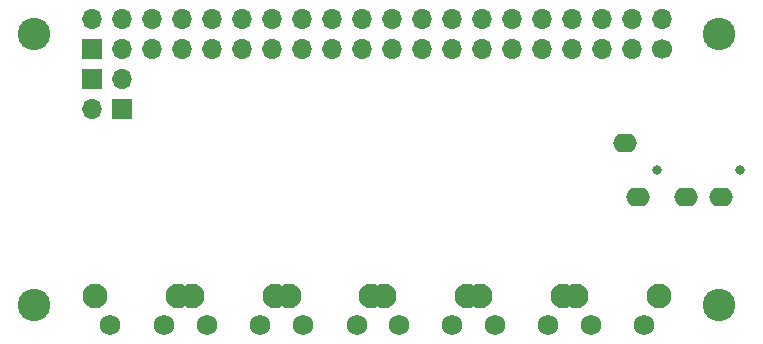
<source format=gbr>
%TF.GenerationSoftware,KiCad,Pcbnew,5.1.10*%
%TF.CreationDate,2022-04-13T10:23:53+12:00*%
%TF.ProjectId,odsk,6f64736b-2e6b-4696-9361-645f70636258,rev?*%
%TF.SameCoordinates,Original*%
%TF.FileFunction,Soldermask,Bot*%
%TF.FilePolarity,Negative*%
%FSLAX46Y46*%
G04 Gerber Fmt 4.6, Leading zero omitted, Abs format (unit mm)*
G04 Created by KiCad (PCBNEW 5.1.10) date 2022-04-13 10:23:53*
%MOMM*%
%LPD*%
G01*
G04 APERTURE LIST*
%ADD10O,2.000000X1.600000*%
%ADD11C,0.800000*%
%ADD12C,2.100000*%
%ADD13C,1.750000*%
%ADD14O,1.700000X1.700000*%
%ADD15C,1.700000*%
%ADD16R,1.700000X1.700000*%
%ADD17C,2.750000*%
G04 APERTURE END LIST*
D10*
%TO.C,AV_OUTPUT1*%
X202100000Y-130500000D03*
X203200000Y-135100000D03*
X210200000Y-135100000D03*
D11*
X204800000Y-132800000D03*
X211800000Y-132800000D03*
D10*
X207200000Y-135100000D03*
%TD*%
D12*
%TO.C,VOL_UP1*%
X164250000Y-143454000D03*
D13*
X163000000Y-145944000D03*
X158500000Y-145944000D03*
D12*
X157240000Y-143454000D03*
%TD*%
%TO.C,VOL_DOWN1*%
X189792000Y-143454000D03*
D13*
X191052000Y-145944000D03*
X195552000Y-145944000D03*
D12*
X196802000Y-143454000D03*
%TD*%
%TO.C,OMNI1*%
X188674000Y-143454000D03*
D13*
X187424000Y-145944000D03*
X182924000Y-145944000D03*
D12*
X181664000Y-143454000D03*
%TD*%
D14*
%TO.C,PI_ZERO1*%
X200120000Y-119960000D03*
X202660000Y-122500000D03*
X187420000Y-122500000D03*
X187420000Y-119960000D03*
X202660000Y-119960000D03*
X200120000Y-122500000D03*
X205200000Y-119960000D03*
D15*
X205200000Y-122500000D03*
D14*
X177260000Y-122500000D03*
X177260000Y-119960000D03*
X192500000Y-122500000D03*
X192500000Y-119960000D03*
X172180000Y-122500000D03*
X172180000Y-119960000D03*
X189960000Y-122500000D03*
X189960000Y-119960000D03*
X195040000Y-122500000D03*
X195040000Y-119960000D03*
X182340000Y-122500000D03*
X182340000Y-119960000D03*
X159480000Y-122500000D03*
X159480000Y-119960000D03*
X164560000Y-122500000D03*
X164560000Y-119960000D03*
X162020000Y-122500000D03*
X162020000Y-119960000D03*
X184880000Y-122500000D03*
X184880000Y-119960000D03*
X167100000Y-122500000D03*
X167100000Y-119960000D03*
X197580000Y-122500000D03*
X197580000Y-119960000D03*
X169640000Y-122500000D03*
X169640000Y-119960000D03*
X179800000Y-122500000D03*
X179800000Y-119960000D03*
X174720000Y-122500000D03*
X174720000Y-119960000D03*
D16*
X156940000Y-122500000D03*
D14*
X156940000Y-119960000D03*
D17*
X210070000Y-121230000D03*
X152070000Y-144230000D03*
X210070000Y-144230000D03*
X152070000Y-121230000D03*
D16*
X156940000Y-125040000D03*
X159480000Y-127580000D03*
D14*
X156940000Y-127580000D03*
X159480000Y-125040000D03*
%TD*%
D12*
%TO.C,SKIP_PREV1*%
X165440000Y-143460000D03*
D13*
X166700000Y-145950000D03*
X171200000Y-145950000D03*
D12*
X172450000Y-143460000D03*
%TD*%
%TO.C,SKIP_NEXT1*%
X173590000Y-143454000D03*
D13*
X174850000Y-145944000D03*
X179350000Y-145944000D03*
D12*
X180600000Y-143454000D03*
%TD*%
%TO.C,PLAY_PAUSE1*%
X204950000Y-143460000D03*
D13*
X203700000Y-145950000D03*
X199200000Y-145950000D03*
D12*
X197940000Y-143460000D03*
%TD*%
M02*

</source>
